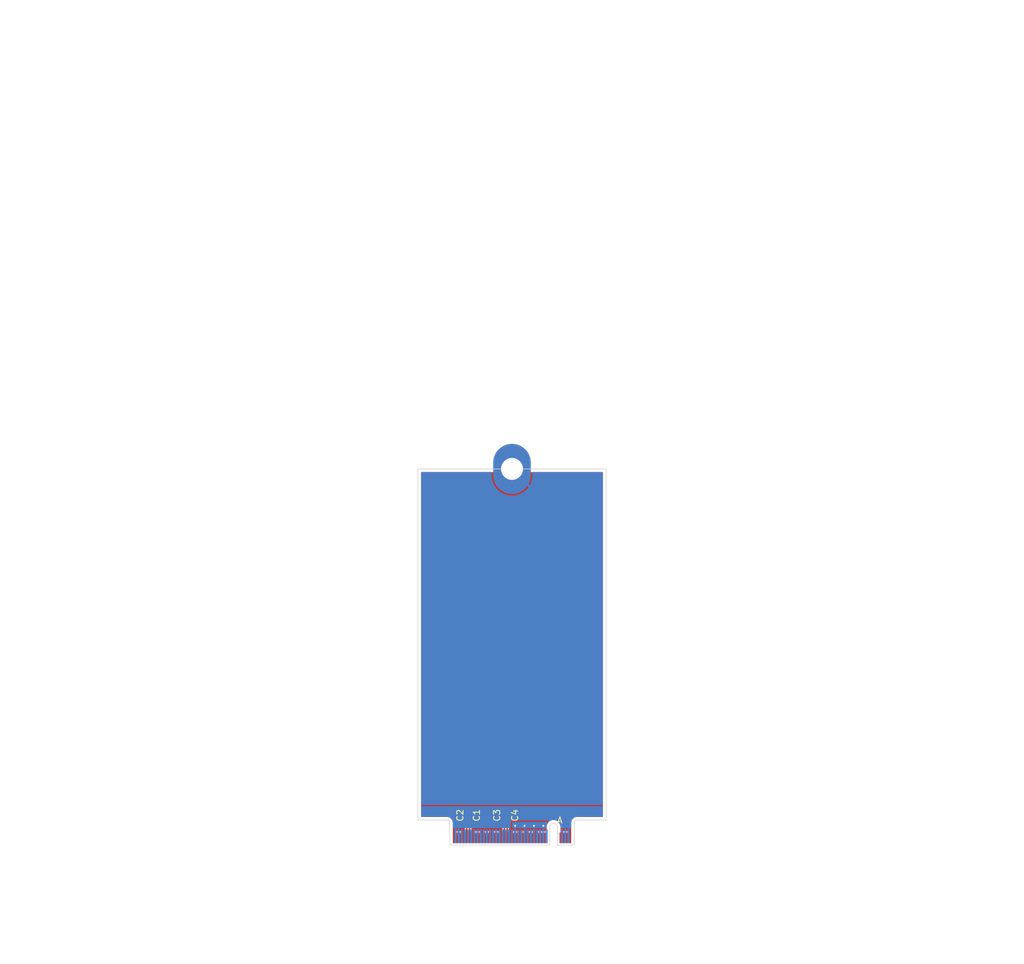
<source format=kicad_pcb>
(kicad_pcb (version 20241229) (generator "pcbnew") (generator_version "9.0")
  (layers (0 "F.Cu" signal) (2 "B.Cu" signal) (13 "F.Paste" user) (15 "B.Paste" user) (5 "F.SilkS" user "F.Silkscreen") (7 "B.SilkS" user "B.Silkscreen") (1 "F.Mask" user) (3 "B.Mask" user) (25 "Edge.Cuts" user))
  (net 0 "")
  (net 1 "GND")
  (net 2 "/M.2 A Key/PET1N")
  (net 3 "/M.2 A Key/PET1P")
  (net 4 "/M.2 A Key/PET0N")
  (net 5 "/M.2 A Key/PET0P")
  (net 6 "/PET0+")
  (net 7 "+3.3V")
  (net 8 "/USB_D+")
  (net 9 "/USB_D-")
  (net 10 "/LED#1")
  (net 11 "/LED#2")
  (net 12 "/DP_MLDIR")
  (net 13 "/DP_ML3-")
  (net 14 "/DP_AUX-")
  (net 15 "/DP_ML3+")
  (net 16 "/DP_AUX+")
  (net 17 "/DP_ML2-")
  (net 18 "/DP_ML1-")
  (net 19 "/DP_ML2+")
  (net 20 "/DP_ML1+")
  (net 21 "/DP_HPD")
  (net 22 "/DP_ML0-")
  (net 23 "/DP_ML0+")
  (net 24 "/PER0-")
  (net 25 "/PER0+")
  (net 31 "/REFCLK0+")
  (net 33 "/REFCLK0-")
  (net 34 "/SUSCLK")
  (net 35 "/PERST0#")
  (net 36 "/CLKREQ0#")
  (net 37 "/W_DISABLE2#")
  (net 38 "/PEWAKE0#")
  (net 39 "/W_DISABLE1#")
  (net 40 "/I2C_DATA")
  (net 41 "/PER1+")
  (net 42 "/I2C_CLK")
  (net 43 "/PER1-")
  (net 44 "/ALERT#")
  (net 46 "/PERST1#")
  (net 47 "/CLKREQ1#")
  (net 48 "/PEWAKE1#")
  (net 49 "/REFCLK1+")
  (net 50 "/REFCLK1-")
  (net 51 "/PET1-")
  (net 52 "/PET1+")
  (net 53 "/PET0-")
  (footprint "Capacitor_SMD:C_0201_0603Metric" (layer "F.Cu") (at 102.377527 154.872657 90)
    (property "Reference" "C3" (at 0 -1.05 90) (layer "F.SilkS"))
    (property "Value" "220nF")
    (pad "1" smd roundrect (at -0.32 0 90) (size 0.46 0.4) (layers "F.Cu" "F.Mask") (net 4 "/M.2 A Key/PET0N"))
    (pad "2" smd roundrect (at 0.32 0 90) (size 0.46 0.4) (layers "F.Cu" "F.Mask") (net 53 "/PET0-"))
  )
  (footprint "PCIexpress:M.2 A Key Connector" (layer "F.Cu") (at 103.727527 158.508657)
    (property "Reference" "J1")
    (property "Value" "~")
    (fp_line (start -11 -2.89) (end -10.425 -2.89) (stroke (width 0.1)) (layer "Edge.Cuts"))
    (fp_line (start -9.925 -2.39) (end -9.925 1.11) (stroke (width 0.1)) (layer "Edge.Cuts"))
    (fp_line (start 6.025 -1.79) (end 6.025 1.11) (stroke (width 0.1)) (layer "Edge.Cuts"))
    (fp_line (start 6.025 1.11) (end -9.925 1.11) (stroke (width 0.1)) (layer "Edge.Cuts"))
    (fp_line (start 7.225 -1.79) (end 7.225 1.11) (stroke (width 0.1)) (layer "Edge.Cuts"))
    (fp_line (start 7.225 1.11) (end 9.925 1.11) (stroke (width 0.1)) (layer "Edge.Cuts"))
    (fp_line (start 9.925 -2.39) (end 9.925 1.11) (stroke (width 0.1)) (layer "Edge.Cuts"))
    (fp_line (start 10.425 -2.89) (end 11 -2.89) (stroke (width 0.1)) (layer "Edge.Cuts"))
    (fp_arc (start -10.425 -2.89) (mid -10.071447 -2.743553) (end -9.925 -2.39) (stroke (width 0.1)) (layer "Edge.Cuts"))
    (fp_arc (start 6.025 -1.79) (mid 6.625 -2.39) (end 7.225 -1.79) (stroke (width 0.1)) (layer "Edge.Cuts"))
    (fp_arc (start 9.925 -2.39) (mid 10.071447 -2.743553) (end 10.425 -2.89) (stroke (width 0.1)) (layer "Edge.Cuts"))
    (fp_text user "A" (at 7.1 -2.255 0) (layer "F.SilkS") (effects (justify left bottom)))
    (pad "1" smd rect (at 9.25 -0.04 180) (size 0.35 1.7) (layers "F.Cu") (net 1 "GND"))
    (pad "2" smd rect (at 9 -0.29 180) (size 0.35 2.2) (layers "B.Cu") (net 7 "+3.3V"))
    (pad "3" smd rect (at 8.75 -0.04 180) (size 0.35 1.7) (layers "F.Cu") (net 8 "/USB_D+"))
    (pad "4" smd rect (at 8.5 -0.29 180) (size 0.35 2.2) (layers "B.Cu") (net 7 "+3.3V"))
    (pad "5" smd rect (at 8.25 -0.04 180) (size 0.35 1.7) (layers "F.Cu") (net 9 "/USB_D-"))
    (pad "6" smd rect (at 8 -0.29 180) (size 0.35 2.2) (layers "B.Cu") (net 10 "/LED#1"))
    (pad "7" smd rect (at 7.75 -0.04 180) (size 0.35 1.7) (layers "F.Cu") (net 1 "GND"))
    (pad "16" smd rect (at 5.5 -0.29 180) (size 0.35 2.2) (layers "B.Cu") (net 11 "/LED#2"))
    (pad "17" smd rect (at 5.25 -0.04 180) (size 0.35 1.7) (layers "F.Cu") (net 12 "/DP_MLDIR"))
    (pad "18" smd rect (at 5 -0.29 180) (size 0.35 2.2) (layers "B.Cu") (net 1 "GND"))
    (pad "19" smd rect (at 4.75 -0.04 180) (size 0.35 1.7) (layers "F.Cu") (net 13 "/DP_ML3-"))
    (pad "20" smd rect (at 4.5 -0.29 180) (size 0.35 2.2) (layers "B.Cu") (net 14 "/DP_AUX-"))
    (pad "21" smd rect (at 4.25 -0.04 180) (size 0.35 1.7) (layers "F.Cu") (net 15 "/DP_ML3+"))
    (pad "22" smd rect (at 4 -0.29 180) (size 0.35 2.2) (layers "B.Cu") (net 16 "/DP_AUX+"))
    (pad "23" smd rect (at 3.75 -0.04 180) (size 0.35 1.7) (layers "F.Cu") (net 1 "GND"))
    (pad "24" smd rect (at 3.5 -0.29 180) (size 0.35 2.2) (layers "B.Cu") (net 1 "GND"))
    (pad "25" smd rect (at 3.25 -0.04 180) (size 0.35 1.7) (layers "F.Cu") (net 17 "/DP_ML2-"))
    (pad "26" smd rect (at 3 -0.29 180) (size 0.35 2.2) (layers "B.Cu") (net 18 "/DP_ML1-"))
    (pad "27" smd rect (at 2.75 -0.04 180) (size 0.35 1.7) (layers "F.Cu") (net 19 "/DP_ML2+"))
    (pad "28" smd rect (at 2.5 -0.29 180) (size 0.35 2.2) (layers "B.Cu") (net 20 "/DP_ML1+"))
    (pad "29" smd rect (at 2.25 -0.04 180) (size 0.35 1.7) (layers "F.Cu") (net 1 "GND"))
    (pad "30" smd rect (at 2 -0.29 180) (size 0.35 2.2) (layers "B.Cu") (net 1 "GND"))
    (pad "31" smd rect (at 1.75 -0.04 180) (size 0.35 1.7) (layers "F.Cu") (net 21 "/DP_HPD"))
    (pad "32" smd rect (at 1.5 -0.29 180) (size 0.35 2.2) (layers "B.Cu") (net 22 "/DP_ML0-"))
    (pad "33" smd rect (at 1.25 -0.04 180) (size 0.35 1.7) (layers "F.Cu") (net 1 "GND"))
    (pad "34" smd rect (at 1 -0.29 180) (size 0.35 2.2) (layers "B.Cu") (net 23 "/DP_ML0+"))
    (pad "35" smd rect (at 0.75 -0.04 180) (size 0.35 1.7) (layers "F.Cu") (net 24 "/PER0-"))
    (pad "36" smd rect (at 0.5 -0.29 180) (size 0.35 2.2) (layers "B.Cu") (net 1 "GND"))
    (pad "37" smd rect (at 0.25 -0.04 180) (size 0.35 1.7) (layers "F.Cu") (net 25 "/PER0+"))
    (pad "38" smd rect (at 0 -0.29 180) (size 0.35 2.2) (layers "B.Cu"))
    (pad "39" smd rect (at -0.25 -0.04 180) (size 0.35 1.7) (layers "F.Cu") (net 1 "GND"))
    (pad "40" smd rect (at -0.5 -0.29 180) (size 0.35 2.2) (layers "B.Cu"))
    (pad "41" smd rect (at -0.75 -0.04 180) (size 0.35 1.7) (layers "F.Cu") (net 5 "/M.2 A Key/PET0P"))
    (pad "42" smd rect (at -1 -0.29 180) (size 0.35 2.2) (layers "B.Cu"))
    (pad "43" smd rect (at -1.25 -0.04 180) (size 0.35 1.7) (layers "F.Cu") (net 4 "/M.2 A Key/PET0N"))
    (pad "44" smd rect (at -1.5 -0.29 180) (size 0.35 2.2) (layers "B.Cu"))
    (pad "45" smd rect (at -1.75 -0.04 180) (size 0.35 1.7) (layers "F.Cu") (net 1 "GND"))
    (pad "46" smd rect (at -2 -0.29 180) (size 0.35 2.2) (layers "B.Cu"))
    (pad "47" smd rect (at -2.25 -0.04 180) (size 0.35 1.7) (layers "F.Cu") (net 31 "/REFCLK0+"))
    (pad "48" smd rect (at -2.5 -0.29 180) (size 0.35 2.2) (layers "B.Cu"))
    (pad "49" smd rect (at -2.75 -0.04 180) (size 0.35 1.7) (layers "F.Cu") (net 33 "/REFCLK0-"))
    (pad "50" smd rect (at -3 -0.29 180) (size 0.35 2.2) (layers "B.Cu") (net 34 "/SUSCLK"))
    (pad "51" smd rect (at -3.25 -0.04 180) (size 0.35 1.7) (layers "F.Cu") (net 1 "GND"))
    (pad "52" smd rect (at -3.5 -0.29 180) (size 0.35 2.2) (layers "B.Cu") (net 35 "/PERST0#"))
    (pad "53" smd rect (at -3.75 -0.04 180) (size 0.35 1.7) (layers "F.Cu") (net 36 "/CLKREQ0#"))
    (pad "54" smd rect (at -4 -0.29 180) (size 0.35 2.2) (layers "B.Cu") (net 37 "/W_DISABLE2#"))
    (pad "55" smd rect (at -4.25 -0.04 180) (size 0.35 1.7) (layers "F.Cu") (net 38 "/PEWAKE0#"))
    (pad "56" smd rect (at -4.5 -0.29 180) (size 0.35 2.2) (layers "B.Cu") (net 39 "/W_DISABLE1#"))
    (pad "57" smd rect (at -4.75 -0.04 180) (size 0.35 1.7) (layers "F.Cu") (net 1 "GND"))
    (pad "58" smd rect (at -5 -0.29 180) (size 0.35 2.2) (layers "B.Cu") (net 40 "/I2C_DATA"))
    (pad "59" smd rect (at -5.25 -0.04 180) (size 0.35 1.7) (layers "F.Cu") (net 41 "/PER1+"))
    (pad "60" smd rect (at -5.5 -0.29 180) (size 0.35 2.2) (layers "B.Cu") (net 42 "/I2C_CLK"))
    (pad "61" smd rect (at -5.75 -0.04 180) (size 0.35 1.7) (layers "F.Cu") (net 43 "/PER1-"))
    (pad "62" smd rect (at -6 -0.29 180) (size 0.35 2.2) (layers "B.Cu") (net 44 "/ALERT#"))
    (pad "63" smd rect (at -6.25 -0.04 180) (size 0.35 1.7) (layers "F.Cu") (net 1 "GND"))
    (pad "64" smd rect (at -6.5 -0.29 180) (size 0.35 2.2) (layers "B.Cu"))
    (pad "65" smd rect (at -6.75 -0.04 180) (size 0.35 1.7) (layers "F.Cu") (net 3 "/M.2 A Key/PET1P"))
    (pad "66" smd rect (at -7 -0.29 180) (size 0.35 2.2) (layers "B.Cu") (net 46 "/PERST1#"))
    (pad "67" smd rect (at -7.25 -0.04 180) (size 0.35 1.7) (layers "F.Cu") (net 2 "/M.2 A Key/PET1N"))
    (pad "68" smd rect (at -7.5 -0.29 180) (size 0.35 2.2) (layers "B.Cu") (net 47 "/CLKREQ1#"))
    (pad "69" smd rect (at -7.75 -0.04 180) (size 0.35 1.7) (layers "F.Cu") (net 1 "GND"))
    (pad "70" smd rect (at -8 -0.29 180) (size 0.35 2.2) (layers "B.Cu") (net 48 "/PEWAKE1#"))
    (pad "71" smd rect (at -8.25 -0.04 180) (size 0.35 1.7) (layers "F.Cu") (net 49 "/REFCLK1+"))
    (pad "72" smd rect (at -8.5 -0.29 180) (size 0.35 2.2) (layers "B.Cu") (net 7 "+3.3V"))
    (pad "73" smd rect (at -8.75 -0.04 180) (size 0.35 1.7) (layers "F.Cu") (net 50 "/REFCLK1-"))
    (pad "74" smd rect (at -9 -0.29 180) (size 0.35 2.2) (layers "B.Cu") (net 7 "+3.3V"))
    (pad "75" smd rect (at -9.25 -0.04 180) (size 0.35 1.7) (layers "F.Cu") (net 1 "GND"))
  )
  (footprint "Capacitor_SMD:C_0201_0603Metric" (layer "F.Cu") (at 96.377527 154.872657 90)
    (property "Reference" "C2" (at -0.005 -0.921 90) (layer "F.SilkS"))
    (property "Value" "220nF")
    (pad "1" smd roundrect (at -0.32 0 90) (size 0.46 0.4) (layers "F.Cu" "F.Mask") (net 2 "/M.2 A Key/PET1N"))
    (pad "2" smd roundrect (at 0.32 0 90) (size 0.46 0.4) (layers "F.Cu" "F.Mask") (net 51 "/PET1-"))
  )
  (footprint "Capacitor_SMD:C_0201_0603Metric" (layer "F.Cu") (at 103.077527 154.872657 90)
    (property "Reference" "C4" (at 0 1.109 90) (layer "F.SilkS"))
    (property "Value" "220nF")
    (pad "1" smd roundrect (at -0.32 0 90) (size 0.46 0.4) (layers "F.Cu" "F.Mask") (net 5 "/M.2 A Key/PET0P"))
    (pad "2" smd roundrect (at 0.32 0 90) (size 0.46 0.4) (layers "F.Cu" "F.Mask") (net 6 "/PET0+"))
  )
  (footprint "PCIexpress:M.2 Mounting Pad" (layer "F.Cu") (at 103.727527 129.618657)
    (property "Reference" "H1")
    (property "Value" "MountingHole_Pad")
    (pad "1" thru_hole circle (at 0 -30) (size 5.5 5.5) (drill 3.5) (property pad_prop_castellated) (layers "*.Cu" "*.Mask") (net 1 "GND") (padstack (mode front_inner_back) (layer "Inner" (shape circle) (size 5.5 5.5)) (layer "B.Cu" (shape oval) (size 6 8))))
  )
  (footprint "Capacitor_SMD:C_0201_0603Metric" (layer "F.Cu") (at 97.077527 154.872657 90)
    (property "Reference" "C1" (at 0.005 1.009 90) (layer "F.SilkS"))
    (property "Value" "220nF")
    (pad "1" smd roundrect (at -0.32 0 90) (size 0.46 0.4) (layers "F.Cu" "F.Mask") (net 3 "/M.2 A Key/PET1P"))
    (pad "2" smd roundrect (at 0.32 0 90) (size 0.46 0.4) (layers "F.Cu" "F.Mask") (net 52 "/PET1+"))
  )
  (gr_line (start 114.727527 155.618657) (end 118.727527 155.618657) (stroke (width 0.1)) (layer "Edge.Cuts"))
  (gr_line (start 118.727527 99.618657) (end 88.727527 99.618657) (stroke (width 0.1)) (layer "Edge.Cuts"))
  (gr_line (start 88.727527 99.618657) (end 88.727527 155.618657) (stroke (width 0.1)) (layer "Edge.Cuts"))
  (gr_line (start 118.727527 155.618657) (end 118.727527 99.618657) (stroke (width 0.1)) (layer "Edge.Cuts"))
  (gr_line (start 92.727527 155.618657) (end 88.727527 155.618657) (stroke (width 0.1)) (layer "Edge.Cuts"))
  (via (at 105.727527 156.537657) (size 0.6) (drill 0.3) (layers "F.Cu" "B.Cu") (net 1))
  (via (at 108.727527 156.537657) (size 0.6) (drill 0.3) (layers "F.Cu" "B.Cu") (net 1))
  (via (at 104.227527 156.537657) (size 0.6) (drill 0.3) (layers "F.Cu" "B.Cu") (net 1))
  (via (at 107.227527 156.537657) (size 0.6) (drill 0.3) (layers "F.Cu" "B.Cu") (net 1))
  (segment (start 96.502527 157.168656) (end 96.502527 155.662658) (width 0.2) (layer "F.Cu") (net 2))
  (segment (start 96.502527 155.662658) (end 96.377527 155.537658) (width 0.2) (layer "F.Cu") (net 2))
  (segment (start 96.377527 155.537658) (end 96.377527 155.192657) (width 0.2) (layer "F.Cu") (net 2))
  (segment (start 96.477527 157.193656) (end 96.502527 157.168656) (width 0.2) (layer "F.Cu") (net 2))
  (segment (start 96.477527 158.468657) (end 96.477527 157.193656) (width 0.2) (layer "F.Cu") (net 2))
  (segment (start 97.077527 155.537658) (end 97.077527 155.192657) (width 0.2) (layer "F.Cu") (net 3))
  (segment (start 96.977527 158.468657) (end 96.977527 157.193656) (width 0.2) (layer "F.Cu") (net 3))
  (segment (start 96.952527 157.168656) (end 96.952527 155.662658) (width 0.2) (layer "F.Cu") (net 3))
  (segment (start 96.952527 155.662658) (end 97.077527 155.537658) (width 0.2) (layer "F.Cu") (net 3))
  (segment (start 96.977527 157.193656) (end 96.952527 157.168656) (width 0.2) (layer "F.Cu") (net 3))
  (segment (start 102.477527 157.193656) (end 102.502527 157.168656) (width 0.2) (layer "F.Cu") (net 4))
  (segment (start 102.502527 157.168656) (end 102.502527 155.662658) (width 0.2) (layer "F.Cu") (net 4))
  (segment (start 102.377527 155.537658) (end 102.377527 155.192657) (width 0.2) (layer "F.Cu") (net 4))
  (segment (start 102.477527 158.468657) (end 102.477527 157.193656) (width 0.2) (layer "F.Cu") (net 4))
  (segment (start 102.502527 155.662658) (end 102.377527 155.537658) (width 0.2) (layer "F.Cu") (net 4))
  (segment (start 102.952527 155.662658) (end 103.077527 155.537658) (width 0.2) (layer "F.Cu") (net 5))
  (segment (start 102.952527 157.168656) (end 102.952527 155.662658) (width 0.2) (layer "F.Cu") (net 5))
  (segment (start 102.977527 158.468657) (end 102.977527 157.193656) (width 0.2) (layer "F.Cu") (net 5))
  (segment (start 103.077527 155.537658) (end 103.077527 155.192657) (width 0.2) (layer "F.Cu") (net 5))
  (segment (start 102.977527 157.193656) (end 102.952527 157.168656) (width 0.2) (layer "F.Cu") (net 5))
  (zone (net 1) (net_name "GND") (layers "F.Cu" "B.Cu") (connect_pads (clearance 0.2)) (min_thickness 0.15) (fill yes (thermal_gap 0.25) (thermal_bridge_width 0.35))
    (polygon (pts (xy 88.720799 99.617657) (xy 118.726061 99.617657) (xy 118.728299 157.808657) (xy 88.723037 157.808657)))
  )
  (zone (net 7) (net_name "+3.3V") (layer "B.Cu") (priority 1) (connect_pads (clearance 0.2)) (min_thickness 0.1) (fill yes (thermal_gap 0.2) (thermal_bridge_width 0.25))
    (polygon (pts (xy 118.766168 158.052657) (xy 118.764752 153.422657) (xy 88.746527 153.422657) (xy 88.746527 158.052657)))
  )
  (zone (net 1) (net_name "GND") (layer "B.Cu") (priority 2) (connect_pads (clearance 0.2)) (min_thickness 0.15) (fill yes (thermal_gap 0.25) (thermal_bridge_width 0.35))
    (polygon (pts (xy 103.736527 156.922657) (xy 103.736527 155.897657) (xy 109.291527 155.897657) (xy 109.291527 156.922657)))
  )
)
</source>
